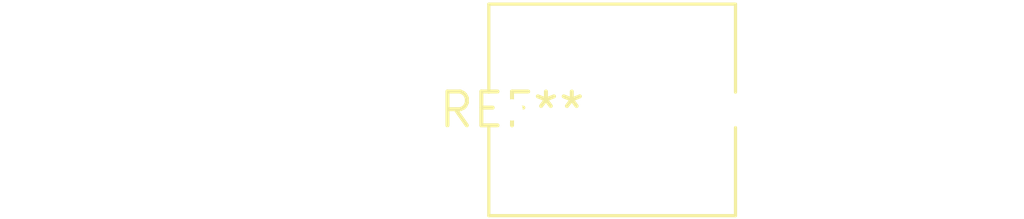
<source format=kicad_pcb>
(kicad_pcb (version 20240108) (generator pcbnew)
  (layers (0 "F.Cu" signal) (31 "B.Cu" signal) (34 "B.Paste" user) (35 "F.Paste" user) (36 "B.SilkS" user "B.Silkscreen") (37 "F.SilkS" user "F.Silkscreen") (38 "B.Mask" user) (39 "F.Mask" user) (44 "Edge.Cuts" user))
  (net 0 "")
  (footprint "C_Rect_L9.0mm_W7.7mm_P7.50mm_MKT" (layer "F.Cu") (at 0 0)
    (property "Reference" "REF**")
    (property "Value" "C_Rect_L9.0mm_W7.7mm_P7.50mm_MKT")
    (fp_line (start -0.87 -3.97) (end -0.87 -0.665) (layer "F.SilkS") (stroke (width 0.12)))
    (fp_line (start -0.87 -3.97) (end 8.37 -3.97) (layer "F.SilkS") (stroke (width 0.12)))
    (fp_line (start -0.87 0.665) (end -0.87 3.97) (layer "F.SilkS") (stroke (width 0.12)))
    (fp_line (start -0.87 3.97) (end 8.37 3.97) (layer "F.SilkS") (stroke (width 0.12)))
    (fp_line (start 8.37 -3.97) (end 8.37 -0.665) (layer "F.SilkS") (stroke (width 0.12)))
    (fp_line (start 8.37 0.665) (end 8.37 3.97) (layer "F.SilkS") (stroke (width 0.12)))
    (pad "1" thru_hole circle (at 0 0) (size 1.6 1.6) (drill 0.8) (layers *.Cu *.Mask) (remove_unused_layers))
    (pad "2" thru_hole circle (at 7.5 0) (size 1.6 1.6) (drill 0.8) (layers *.Cu *.Mask) (remove_unused_layers))
  )
)
</source>
